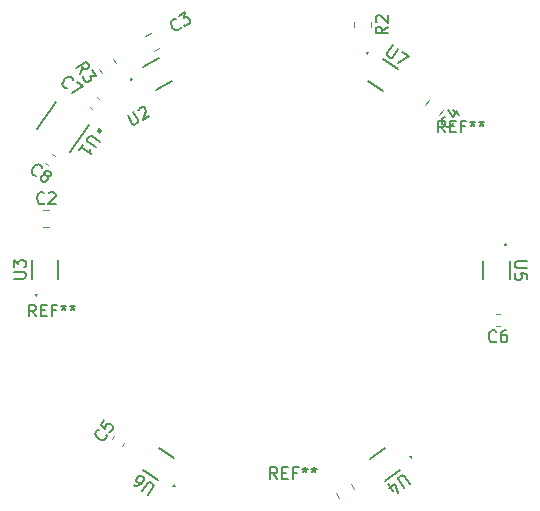
<source format=gbr>
%TF.GenerationSoftware,KiCad,Pcbnew,7.0.10*%
%TF.CreationDate,2024-04-03T19:42:33-07:00*%
%TF.ProjectId,Thermistor Ring,54686572-6d69-4737-946f-722052696e67,rev?*%
%TF.SameCoordinates,Original*%
%TF.FileFunction,Legend,Top*%
%TF.FilePolarity,Positive*%
%FSLAX46Y46*%
G04 Gerber Fmt 4.6, Leading zero omitted, Abs format (unit mm)*
G04 Created by KiCad (PCBNEW 7.0.10) date 2024-04-03 19:42:33*
%MOMM*%
%LPD*%
G01*
G04 APERTURE LIST*
%ADD10C,0.150000*%
%ADD11C,0.152400*%
%ADD12C,0.120000*%
%ADD13C,0.250000*%
G04 APERTURE END LIST*
D10*
X90493952Y-43848307D02*
X90160619Y-43372116D01*
X89922524Y-43848307D02*
X89922524Y-42848307D01*
X89922524Y-42848307D02*
X90303476Y-42848307D01*
X90303476Y-42848307D02*
X90398714Y-42895926D01*
X90398714Y-42895926D02*
X90446333Y-42943545D01*
X90446333Y-42943545D02*
X90493952Y-43038783D01*
X90493952Y-43038783D02*
X90493952Y-43181640D01*
X90493952Y-43181640D02*
X90446333Y-43276878D01*
X90446333Y-43276878D02*
X90398714Y-43324497D01*
X90398714Y-43324497D02*
X90303476Y-43372116D01*
X90303476Y-43372116D02*
X89922524Y-43372116D01*
X90922524Y-43324497D02*
X91255857Y-43324497D01*
X91398714Y-43848307D02*
X90922524Y-43848307D01*
X90922524Y-43848307D02*
X90922524Y-42848307D01*
X90922524Y-42848307D02*
X91398714Y-42848307D01*
X92160619Y-43324497D02*
X91827286Y-43324497D01*
X91827286Y-43848307D02*
X91827286Y-42848307D01*
X91827286Y-42848307D02*
X92303476Y-42848307D01*
X92827286Y-42848307D02*
X92827286Y-43086402D01*
X92589191Y-42991164D02*
X92827286Y-43086402D01*
X92827286Y-43086402D02*
X93065381Y-42991164D01*
X92684429Y-43276878D02*
X92827286Y-43086402D01*
X92827286Y-43086402D02*
X92970143Y-43276878D01*
X93589191Y-42848307D02*
X93589191Y-43086402D01*
X93351096Y-42991164D02*
X93589191Y-43086402D01*
X93589191Y-43086402D02*
X93827286Y-42991164D01*
X93446334Y-43276878D02*
X93589191Y-43086402D01*
X93589191Y-43086402D02*
X93732048Y-43276878D01*
X55853953Y-59438309D02*
X55520620Y-58962118D01*
X55282525Y-59438309D02*
X55282525Y-58438309D01*
X55282525Y-58438309D02*
X55663477Y-58438309D01*
X55663477Y-58438309D02*
X55758715Y-58485928D01*
X55758715Y-58485928D02*
X55806334Y-58533547D01*
X55806334Y-58533547D02*
X55853953Y-58628785D01*
X55853953Y-58628785D02*
X55853953Y-58771642D01*
X55853953Y-58771642D02*
X55806334Y-58866880D01*
X55806334Y-58866880D02*
X55758715Y-58914499D01*
X55758715Y-58914499D02*
X55663477Y-58962118D01*
X55663477Y-58962118D02*
X55282525Y-58962118D01*
X56282525Y-58914499D02*
X56615858Y-58914499D01*
X56758715Y-59438309D02*
X56282525Y-59438309D01*
X56282525Y-59438309D02*
X56282525Y-58438309D01*
X56282525Y-58438309D02*
X56758715Y-58438309D01*
X57520620Y-58914499D02*
X57187287Y-58914499D01*
X57187287Y-59438309D02*
X57187287Y-58438309D01*
X57187287Y-58438309D02*
X57663477Y-58438309D01*
X58187287Y-58438309D02*
X58187287Y-58676404D01*
X57949192Y-58581166D02*
X58187287Y-58676404D01*
X58187287Y-58676404D02*
X58425382Y-58581166D01*
X58044430Y-58866880D02*
X58187287Y-58676404D01*
X58187287Y-58676404D02*
X58330144Y-58866880D01*
X58949192Y-58438309D02*
X58949192Y-58676404D01*
X58711097Y-58581166D02*
X58949192Y-58676404D01*
X58949192Y-58676404D02*
X59187287Y-58581166D01*
X58806335Y-58866880D02*
X58949192Y-58676404D01*
X58949192Y-58676404D02*
X59092049Y-58866880D01*
X76273950Y-73208309D02*
X75940617Y-72732118D01*
X75702522Y-73208309D02*
X75702522Y-72208309D01*
X75702522Y-72208309D02*
X76083474Y-72208309D01*
X76083474Y-72208309D02*
X76178712Y-72255928D01*
X76178712Y-72255928D02*
X76226331Y-72303547D01*
X76226331Y-72303547D02*
X76273950Y-72398785D01*
X76273950Y-72398785D02*
X76273950Y-72541642D01*
X76273950Y-72541642D02*
X76226331Y-72636880D01*
X76226331Y-72636880D02*
X76178712Y-72684499D01*
X76178712Y-72684499D02*
X76083474Y-72732118D01*
X76083474Y-72732118D02*
X75702522Y-72732118D01*
X76702522Y-72684499D02*
X77035855Y-72684499D01*
X77178712Y-73208309D02*
X76702522Y-73208309D01*
X76702522Y-73208309D02*
X76702522Y-72208309D01*
X76702522Y-72208309D02*
X77178712Y-72208309D01*
X77940617Y-72684499D02*
X77607284Y-72684499D01*
X77607284Y-73208309D02*
X77607284Y-72208309D01*
X77607284Y-72208309D02*
X78083474Y-72208309D01*
X78607284Y-72208309D02*
X78607284Y-72446404D01*
X78369189Y-72351166D02*
X78607284Y-72446404D01*
X78607284Y-72446404D02*
X78845379Y-72351166D01*
X78464427Y-72636880D02*
X78607284Y-72446404D01*
X78607284Y-72446404D02*
X78750141Y-72636880D01*
X79369189Y-72208309D02*
X79369189Y-72446404D01*
X79131094Y-72351166D02*
X79369189Y-72446404D01*
X79369189Y-72446404D02*
X79607284Y-72351166D01*
X79226332Y-72636880D02*
X79369189Y-72446404D01*
X79369189Y-72446404D02*
X79512046Y-72636880D01*
X65326723Y-74538211D02*
X65791047Y-73875088D01*
X65791047Y-73875088D02*
X65806666Y-73769760D01*
X65806666Y-73769760D02*
X65794972Y-73703440D01*
X65794972Y-73703440D02*
X65744271Y-73609807D01*
X65744271Y-73609807D02*
X65588242Y-73500554D01*
X65588242Y-73500554D02*
X65482914Y-73484935D01*
X65482914Y-73484935D02*
X65416594Y-73496629D01*
X65416594Y-73496629D02*
X65322960Y-73547330D01*
X65322960Y-73547330D02*
X64858637Y-74210453D01*
X64117499Y-73691503D02*
X64273528Y-73800756D01*
X64273528Y-73800756D02*
X64378856Y-73816375D01*
X64378856Y-73816375D02*
X64445176Y-73804681D01*
X64445176Y-73804681D02*
X64605130Y-73742285D01*
X64605130Y-73742285D02*
X64753390Y-73613570D01*
X64753390Y-73613570D02*
X64971895Y-73301512D01*
X64971895Y-73301512D02*
X64987514Y-73196184D01*
X64987514Y-73196184D02*
X64975820Y-73129864D01*
X64975820Y-73129864D02*
X64925119Y-73036230D01*
X64925119Y-73036230D02*
X64769090Y-72926977D01*
X64769090Y-72926977D02*
X64663762Y-72911358D01*
X64663762Y-72911358D02*
X64597442Y-72923052D01*
X64597442Y-72923052D02*
X64503808Y-72973754D01*
X64503808Y-72973754D02*
X64367242Y-73168790D01*
X64367242Y-73168790D02*
X64351623Y-73274118D01*
X64351623Y-73274118D02*
X64363317Y-73340438D01*
X64363317Y-73340438D02*
X64414019Y-73434072D01*
X64414019Y-73434072D02*
X64570048Y-73543324D01*
X64570048Y-73543324D02*
X64675375Y-73558943D01*
X64675375Y-73558943D02*
X64741696Y-73547249D01*
X64741696Y-73547249D02*
X64835329Y-73496548D01*
X55896013Y-47521038D02*
X55829693Y-47532732D01*
X55829693Y-47532732D02*
X55685358Y-47489800D01*
X55685358Y-47489800D02*
X55607344Y-47435174D01*
X55607344Y-47435174D02*
X55517635Y-47314227D01*
X55517635Y-47314227D02*
X55494247Y-47181586D01*
X55494247Y-47181586D02*
X55509866Y-47076258D01*
X55509866Y-47076258D02*
X55580111Y-46892916D01*
X55580111Y-46892916D02*
X55662051Y-46775895D01*
X55662051Y-46775895D02*
X55810311Y-46647179D01*
X55810311Y-46647179D02*
X55903944Y-46596478D01*
X55903944Y-46596478D02*
X56036585Y-46573089D01*
X56036585Y-46573089D02*
X56180920Y-46616022D01*
X56180920Y-46616022D02*
X56258935Y-46670648D01*
X56258935Y-46670648D02*
X56348643Y-46791595D01*
X56348643Y-46791595D02*
X56360337Y-46857915D01*
X56637232Y-47458724D02*
X56586531Y-47365090D01*
X56586531Y-47365090D02*
X56574837Y-47298770D01*
X56574837Y-47298770D02*
X56590456Y-47193442D01*
X56590456Y-47193442D02*
X56617769Y-47154435D01*
X56617769Y-47154435D02*
X56711402Y-47103734D01*
X56711402Y-47103734D02*
X56777723Y-47092039D01*
X56777723Y-47092039D02*
X56883050Y-47107659D01*
X56883050Y-47107659D02*
X57039079Y-47216911D01*
X57039079Y-47216911D02*
X57089781Y-47310545D01*
X57089781Y-47310545D02*
X57101475Y-47376865D01*
X57101475Y-47376865D02*
X57085856Y-47482193D01*
X57085856Y-47482193D02*
X57058542Y-47521200D01*
X57058542Y-47521200D02*
X56964909Y-47571901D01*
X56964909Y-47571901D02*
X56898589Y-47583595D01*
X56898589Y-47583595D02*
X56793261Y-47567976D01*
X56793261Y-47567976D02*
X56637232Y-47458724D01*
X56637232Y-47458724D02*
X56531904Y-47443105D01*
X56531904Y-47443105D02*
X56465584Y-47454799D01*
X56465584Y-47454799D02*
X56371950Y-47505500D01*
X56371950Y-47505500D02*
X56262698Y-47661529D01*
X56262698Y-47661529D02*
X56247079Y-47766857D01*
X56247079Y-47766857D02*
X56258773Y-47833177D01*
X56258773Y-47833177D02*
X56309474Y-47926811D01*
X56309474Y-47926811D02*
X56465503Y-48036063D01*
X56465503Y-48036063D02*
X56570831Y-48051682D01*
X56570831Y-48051682D02*
X56637151Y-48039988D01*
X56637151Y-48039988D02*
X56730785Y-47989287D01*
X56730785Y-47989287D02*
X56840037Y-47833258D01*
X56840037Y-47833258D02*
X56855656Y-47727930D01*
X56855656Y-47727930D02*
X56843962Y-47661610D01*
X56843962Y-47661610D02*
X56793261Y-47567976D01*
X68114555Y-34958228D02*
X68097125Y-35023277D01*
X68097125Y-35023277D02*
X67997217Y-35135945D01*
X67997217Y-35135945D02*
X67914738Y-35183564D01*
X67914738Y-35183564D02*
X67767211Y-35213753D01*
X67767211Y-35213753D02*
X67637113Y-35178893D01*
X67637113Y-35178893D02*
X67548255Y-35120224D01*
X67548255Y-35120224D02*
X67411777Y-34979077D01*
X67411777Y-34979077D02*
X67340349Y-34855359D01*
X67340349Y-34855359D02*
X67286350Y-34666592D01*
X67286350Y-34666592D02*
X67279970Y-34560304D01*
X67279970Y-34560304D02*
X67314830Y-34430206D01*
X67314830Y-34430206D02*
X67414738Y-34317538D01*
X67414738Y-34317538D02*
X67497217Y-34269919D01*
X67497217Y-34269919D02*
X67644744Y-34239730D01*
X67644744Y-34239730D02*
X67709793Y-34257160D01*
X67950849Y-34008014D02*
X68486960Y-33698491D01*
X68486960Y-33698491D02*
X68388761Y-34195072D01*
X68388761Y-34195072D02*
X68512479Y-34123643D01*
X68512479Y-34123643D02*
X68618767Y-34117263D01*
X68618767Y-34117263D02*
X68683816Y-34134693D01*
X68683816Y-34134693D02*
X68772674Y-34193362D01*
X68772674Y-34193362D02*
X68891722Y-34399559D01*
X68891722Y-34399559D02*
X68898102Y-34505847D01*
X68898102Y-34505847D02*
X68880672Y-34570896D01*
X68880672Y-34570896D02*
X68822003Y-34659754D01*
X68822003Y-34659754D02*
X68574567Y-34802611D01*
X68574567Y-34802611D02*
X68468279Y-34808991D01*
X68468279Y-34808991D02*
X68403230Y-34791561D01*
X56559221Y-49833706D02*
X56511602Y-49881326D01*
X56511602Y-49881326D02*
X56368745Y-49928945D01*
X56368745Y-49928945D02*
X56273507Y-49928945D01*
X56273507Y-49928945D02*
X56130650Y-49881326D01*
X56130650Y-49881326D02*
X56035412Y-49786087D01*
X56035412Y-49786087D02*
X55987793Y-49690849D01*
X55987793Y-49690849D02*
X55940174Y-49500373D01*
X55940174Y-49500373D02*
X55940174Y-49357516D01*
X55940174Y-49357516D02*
X55987793Y-49167040D01*
X55987793Y-49167040D02*
X56035412Y-49071802D01*
X56035412Y-49071802D02*
X56130650Y-48976564D01*
X56130650Y-48976564D02*
X56273507Y-48928945D01*
X56273507Y-48928945D02*
X56368745Y-48928945D01*
X56368745Y-48928945D02*
X56511602Y-48976564D01*
X56511602Y-48976564D02*
X56559221Y-49024183D01*
X56940174Y-49024183D02*
X56987793Y-48976564D01*
X56987793Y-48976564D02*
X57083031Y-48928945D01*
X57083031Y-48928945D02*
X57321126Y-48928945D01*
X57321126Y-48928945D02*
X57416364Y-48976564D01*
X57416364Y-48976564D02*
X57463983Y-49024183D01*
X57463983Y-49024183D02*
X57511602Y-49119421D01*
X57511602Y-49119421D02*
X57511602Y-49214659D01*
X57511602Y-49214659D02*
X57463983Y-49357516D01*
X57463983Y-49357516D02*
X56892555Y-49928945D01*
X56892555Y-49928945D02*
X57511602Y-49928945D01*
X86080172Y-36487363D02*
X85615848Y-37150486D01*
X85615848Y-37150486D02*
X85600229Y-37255814D01*
X85600229Y-37255814D02*
X85611923Y-37322134D01*
X85611923Y-37322134D02*
X85662624Y-37415767D01*
X85662624Y-37415767D02*
X85818653Y-37525020D01*
X85818653Y-37525020D02*
X85923981Y-37540639D01*
X85923981Y-37540639D02*
X85990301Y-37528945D01*
X85990301Y-37528945D02*
X86083935Y-37478244D01*
X86083935Y-37478244D02*
X86548258Y-36815121D01*
X86860316Y-37033626D02*
X87406418Y-37416010D01*
X87406418Y-37416010D02*
X86481776Y-37989344D01*
X94812715Y-61523456D02*
X94765096Y-61571076D01*
X94765096Y-61571076D02*
X94622239Y-61618695D01*
X94622239Y-61618695D02*
X94527001Y-61618695D01*
X94527001Y-61618695D02*
X94384144Y-61571076D01*
X94384144Y-61571076D02*
X94288906Y-61475837D01*
X94288906Y-61475837D02*
X94241287Y-61380599D01*
X94241287Y-61380599D02*
X94193668Y-61190123D01*
X94193668Y-61190123D02*
X94193668Y-61047266D01*
X94193668Y-61047266D02*
X94241287Y-60856790D01*
X94241287Y-60856790D02*
X94288906Y-60761552D01*
X94288906Y-60761552D02*
X94384144Y-60666314D01*
X94384144Y-60666314D02*
X94527001Y-60618695D01*
X94527001Y-60618695D02*
X94622239Y-60618695D01*
X94622239Y-60618695D02*
X94765096Y-60666314D01*
X94765096Y-60666314D02*
X94812715Y-60713933D01*
X95669858Y-60618695D02*
X95479382Y-60618695D01*
X95479382Y-60618695D02*
X95384144Y-60666314D01*
X95384144Y-60666314D02*
X95336525Y-60713933D01*
X95336525Y-60713933D02*
X95241287Y-60856790D01*
X95241287Y-60856790D02*
X95193668Y-61047266D01*
X95193668Y-61047266D02*
X95193668Y-61428218D01*
X95193668Y-61428218D02*
X95241287Y-61523456D01*
X95241287Y-61523456D02*
X95288906Y-61571076D01*
X95288906Y-61571076D02*
X95384144Y-61618695D01*
X95384144Y-61618695D02*
X95574620Y-61618695D01*
X95574620Y-61618695D02*
X95669858Y-61571076D01*
X95669858Y-61571076D02*
X95717477Y-61523456D01*
X95717477Y-61523456D02*
X95765096Y-61428218D01*
X95765096Y-61428218D02*
X95765096Y-61190123D01*
X95765096Y-61190123D02*
X95717477Y-61094885D01*
X95717477Y-61094885D02*
X95669858Y-61047266D01*
X95669858Y-61047266D02*
X95574620Y-60999647D01*
X95574620Y-60999647D02*
X95384144Y-60999647D01*
X95384144Y-60999647D02*
X95288906Y-61047266D01*
X95288906Y-61047266D02*
X95241287Y-61094885D01*
X95241287Y-61094885D02*
X95193668Y-61190123D01*
X61820651Y-69503854D02*
X61832345Y-69570174D01*
X61832345Y-69570174D02*
X61789413Y-69714509D01*
X61789413Y-69714509D02*
X61734787Y-69792523D01*
X61734787Y-69792523D02*
X61613840Y-69882232D01*
X61613840Y-69882232D02*
X61481199Y-69905620D01*
X61481199Y-69905620D02*
X61375871Y-69890001D01*
X61375871Y-69890001D02*
X61192529Y-69819756D01*
X61192529Y-69819756D02*
X61075508Y-69737816D01*
X61075508Y-69737816D02*
X60946792Y-69589556D01*
X60946792Y-69589556D02*
X60896091Y-69495923D01*
X60896091Y-69495923D02*
X60872702Y-69363282D01*
X60872702Y-69363282D02*
X60915635Y-69218947D01*
X60915635Y-69218947D02*
X60970261Y-69140932D01*
X60970261Y-69140932D02*
X61091208Y-69051224D01*
X61091208Y-69051224D02*
X61157528Y-69039530D01*
X61598464Y-68243766D02*
X61325332Y-68633838D01*
X61325332Y-68633838D02*
X61688091Y-68945977D01*
X61688091Y-68945977D02*
X61676397Y-68879657D01*
X61676397Y-68879657D02*
X61692016Y-68774329D01*
X61692016Y-68774329D02*
X61828582Y-68579293D01*
X61828582Y-68579293D02*
X61922216Y-68528592D01*
X61922216Y-68528592D02*
X61988536Y-68516898D01*
X61988536Y-68516898D02*
X62093864Y-68532517D01*
X62093864Y-68532517D02*
X62288900Y-68669082D01*
X62288900Y-68669082D02*
X62339601Y-68762716D01*
X62339601Y-68762716D02*
X62351295Y-68829036D01*
X62351295Y-68829036D02*
X62335676Y-68934364D01*
X62335676Y-68934364D02*
X62199110Y-69129400D01*
X62199110Y-69129400D02*
X62105477Y-69180102D01*
X62105477Y-69180102D02*
X62039156Y-69191796D01*
X58501050Y-40105943D02*
X58434730Y-40117637D01*
X58434730Y-40117637D02*
X58290395Y-40074705D01*
X58290395Y-40074705D02*
X58212381Y-40020079D01*
X58212381Y-40020079D02*
X58122672Y-39899132D01*
X58122672Y-39899132D02*
X58099284Y-39766491D01*
X58099284Y-39766491D02*
X58114903Y-39661163D01*
X58114903Y-39661163D02*
X58185148Y-39477821D01*
X58185148Y-39477821D02*
X58267088Y-39360800D01*
X58267088Y-39360800D02*
X58415348Y-39232084D01*
X58415348Y-39232084D02*
X58508981Y-39181383D01*
X58508981Y-39181383D02*
X58641622Y-39157994D01*
X58641622Y-39157994D02*
X58785957Y-39200927D01*
X58785957Y-39200927D02*
X58863972Y-39255553D01*
X58863972Y-39255553D02*
X58953680Y-39376500D01*
X58953680Y-39376500D02*
X58965374Y-39442820D01*
X59293051Y-39555998D02*
X59839153Y-39938382D01*
X59839153Y-39938382D02*
X58914511Y-40511716D01*
X63605286Y-42413254D02*
X64010048Y-43114323D01*
X64010048Y-43114323D02*
X64098906Y-43172992D01*
X64098906Y-43172992D02*
X64163955Y-43190421D01*
X64163955Y-43190421D02*
X64270243Y-43184042D01*
X64270243Y-43184042D02*
X64435201Y-43088804D01*
X64435201Y-43088804D02*
X64493870Y-42999945D01*
X64493870Y-42999945D02*
X64511299Y-42934896D01*
X64511299Y-42934896D02*
X64504920Y-42828608D01*
X64504920Y-42828608D02*
X64100158Y-42127540D01*
X64518931Y-41995733D02*
X64536360Y-41930684D01*
X64536360Y-41930684D02*
X64595029Y-41841826D01*
X64595029Y-41841826D02*
X64801226Y-41722778D01*
X64801226Y-41722778D02*
X64907514Y-41716398D01*
X64907514Y-41716398D02*
X64972563Y-41733828D01*
X64972563Y-41733828D02*
X65061421Y-41792497D01*
X65061421Y-41792497D02*
X65109040Y-41874976D01*
X65109040Y-41874976D02*
X65139230Y-42022503D01*
X65139230Y-42022503D02*
X64930072Y-42803089D01*
X64930072Y-42803089D02*
X65466183Y-42493565D01*
X97390817Y-54760098D02*
X96581294Y-54760098D01*
X96581294Y-54760098D02*
X96486056Y-54807717D01*
X96486056Y-54807717D02*
X96438437Y-54855336D01*
X96438437Y-54855336D02*
X96390817Y-54950574D01*
X96390817Y-54950574D02*
X96390817Y-55141050D01*
X96390817Y-55141050D02*
X96438437Y-55236288D01*
X96438437Y-55236288D02*
X96486056Y-55283907D01*
X96486056Y-55283907D02*
X96581294Y-55331526D01*
X96581294Y-55331526D02*
X97390817Y-55331526D01*
X97390817Y-56283907D02*
X97390817Y-55807717D01*
X97390817Y-55807717D02*
X96914627Y-55760098D01*
X96914627Y-55760098D02*
X96962246Y-55807717D01*
X96962246Y-55807717D02*
X97009865Y-55902955D01*
X97009865Y-55902955D02*
X97009865Y-56141050D01*
X97009865Y-56141050D02*
X96962246Y-56236288D01*
X96962246Y-56236288D02*
X96914627Y-56283907D01*
X96914627Y-56283907D02*
X96819389Y-56331526D01*
X96819389Y-56331526D02*
X96581294Y-56331526D01*
X96581294Y-56331526D02*
X96486056Y-56283907D01*
X96486056Y-56283907D02*
X96438437Y-56236288D01*
X96438437Y-56236288D02*
X96390817Y-56141050D01*
X96390817Y-56141050D02*
X96390817Y-55902955D01*
X96390817Y-55902955D02*
X96438437Y-55807717D01*
X96438437Y-55807717D02*
X96486056Y-55760098D01*
X61254066Y-44640046D02*
X60590943Y-44175722D01*
X60590943Y-44175722D02*
X60485615Y-44160103D01*
X60485615Y-44160103D02*
X60419295Y-44171797D01*
X60419295Y-44171797D02*
X60325662Y-44222498D01*
X60325662Y-44222498D02*
X60216409Y-44378527D01*
X60216409Y-44378527D02*
X60200790Y-44483855D01*
X60200790Y-44483855D02*
X60212484Y-44550175D01*
X60212484Y-44550175D02*
X60263185Y-44643809D01*
X60263185Y-44643809D02*
X60926308Y-45108132D01*
X59533580Y-45353708D02*
X59861338Y-44885621D01*
X59697459Y-45119665D02*
X60516611Y-45693241D01*
X60516611Y-45693241D02*
X60454215Y-45533287D01*
X60454215Y-45533287D02*
X60430827Y-45400646D01*
X60430827Y-45400646D02*
X60446446Y-45295319D01*
X59595334Y-38896523D02*
X59794214Y-38350341D01*
X59267576Y-38428436D02*
X60086728Y-37854860D01*
X60086728Y-37854860D02*
X60305233Y-38166918D01*
X60305233Y-38166918D02*
X60320852Y-38272245D01*
X60320852Y-38272245D02*
X60309158Y-38338566D01*
X60309158Y-38338566D02*
X60258457Y-38432199D01*
X60258457Y-38432199D02*
X60141435Y-38514139D01*
X60141435Y-38514139D02*
X60036107Y-38529758D01*
X60036107Y-38529758D02*
X59969787Y-38518064D01*
X59969787Y-38518064D02*
X59876153Y-38467362D01*
X59876153Y-38467362D02*
X59657648Y-38155305D01*
X60605678Y-38595997D02*
X60960749Y-39103091D01*
X60960749Y-39103091D02*
X60457499Y-39048546D01*
X60457499Y-39048546D02*
X60539438Y-39165568D01*
X60539438Y-39165568D02*
X60555058Y-39270895D01*
X60555058Y-39270895D02*
X60543363Y-39337216D01*
X60543363Y-39337216D02*
X60492662Y-39430849D01*
X60492662Y-39430849D02*
X60297626Y-39567415D01*
X60297626Y-39567415D02*
X60192298Y-39583034D01*
X60192298Y-39583034D02*
X60125978Y-39571340D01*
X60125978Y-39571340D02*
X60032344Y-39520639D01*
X60032344Y-39520639D02*
X59868465Y-39286595D01*
X59868465Y-39286595D02*
X59852846Y-39181268D01*
X59852846Y-39181268D02*
X59864540Y-39114947D01*
X85631001Y-34902304D02*
X85154810Y-35235637D01*
X85631001Y-35473732D02*
X84631001Y-35473732D01*
X84631001Y-35473732D02*
X84631001Y-35092780D01*
X84631001Y-35092780D02*
X84678620Y-34997542D01*
X84678620Y-34997542D02*
X84726239Y-34949923D01*
X84726239Y-34949923D02*
X84821477Y-34902304D01*
X84821477Y-34902304D02*
X84964334Y-34902304D01*
X84964334Y-34902304D02*
X85059572Y-34949923D01*
X85059572Y-34949923D02*
X85107191Y-34997542D01*
X85107191Y-34997542D02*
X85154810Y-35092780D01*
X85154810Y-35092780D02*
X85154810Y-35473732D01*
X84726239Y-34521351D02*
X84678620Y-34473732D01*
X84678620Y-34473732D02*
X84631001Y-34378494D01*
X84631001Y-34378494D02*
X84631001Y-34140399D01*
X84631001Y-34140399D02*
X84678620Y-34045161D01*
X84678620Y-34045161D02*
X84726239Y-33997542D01*
X84726239Y-33997542D02*
X84821477Y-33949923D01*
X84821477Y-33949923D02*
X84916715Y-33949923D01*
X84916715Y-33949923D02*
X85059572Y-33997542D01*
X85059572Y-33997542D02*
X85631001Y-34568970D01*
X85631001Y-34568970D02*
X85631001Y-33949923D01*
X91128593Y-43026051D02*
X91140287Y-43092371D01*
X91140287Y-43092371D02*
X91097355Y-43236706D01*
X91097355Y-43236706D02*
X91042729Y-43314720D01*
X91042729Y-43314720D02*
X90921782Y-43404429D01*
X90921782Y-43404429D02*
X90789141Y-43427817D01*
X90789141Y-43427817D02*
X90683813Y-43412198D01*
X90683813Y-43412198D02*
X90500471Y-43341953D01*
X90500471Y-43341953D02*
X90383450Y-43260013D01*
X90383450Y-43260013D02*
X90254734Y-43111753D01*
X90254734Y-43111753D02*
X90204033Y-43018120D01*
X90204033Y-43018120D02*
X90180644Y-42885479D01*
X90180644Y-42885479D02*
X90223577Y-42741144D01*
X90223577Y-42741144D02*
X90278203Y-42663129D01*
X90278203Y-42663129D02*
X90399150Y-42573421D01*
X90399150Y-42573421D02*
X90465470Y-42561727D01*
X91152143Y-41996162D02*
X91698245Y-42378547D01*
X90703519Y-41972693D02*
X91152062Y-42577427D01*
X91152062Y-42577427D02*
X91507133Y-42070333D01*
X53973455Y-56237125D02*
X54782978Y-56237125D01*
X54782978Y-56237125D02*
X54878216Y-56189506D01*
X54878216Y-56189506D02*
X54925836Y-56141887D01*
X54925836Y-56141887D02*
X54973455Y-56046649D01*
X54973455Y-56046649D02*
X54973455Y-55856173D01*
X54973455Y-55856173D02*
X54925836Y-55760935D01*
X54925836Y-55760935D02*
X54878216Y-55713316D01*
X54878216Y-55713316D02*
X54782978Y-55665697D01*
X54782978Y-55665697D02*
X53973455Y-55665697D01*
X53973455Y-55284744D02*
X53973455Y-54665697D01*
X53973455Y-54665697D02*
X54354407Y-54999030D01*
X54354407Y-54999030D02*
X54354407Y-54856173D01*
X54354407Y-54856173D02*
X54402026Y-54760935D01*
X54402026Y-54760935D02*
X54449645Y-54713316D01*
X54449645Y-54713316D02*
X54544883Y-54665697D01*
X54544883Y-54665697D02*
X54782978Y-54665697D01*
X54782978Y-54665697D02*
X54878216Y-54713316D01*
X54878216Y-54713316D02*
X54925836Y-54760935D01*
X54925836Y-54760935D02*
X54973455Y-54856173D01*
X54973455Y-54856173D02*
X54973455Y-55141887D01*
X54973455Y-55141887D02*
X54925836Y-55237125D01*
X54925836Y-55237125D02*
X54878216Y-55284744D01*
X87480798Y-73621103D02*
X87016475Y-72957980D01*
X87016475Y-72957980D02*
X86922841Y-72907279D01*
X86922841Y-72907279D02*
X86856521Y-72895584D01*
X86856521Y-72895584D02*
X86751193Y-72911204D01*
X86751193Y-72911204D02*
X86595164Y-73020456D01*
X86595164Y-73020456D02*
X86544463Y-73114090D01*
X86544463Y-73114090D02*
X86532769Y-73180410D01*
X86532769Y-73180410D02*
X86548388Y-73285738D01*
X86548388Y-73285738D02*
X87012711Y-73948861D01*
X86080382Y-74194760D02*
X85697997Y-73648659D01*
X86493923Y-74370252D02*
X86279262Y-73648578D01*
X86279262Y-73648578D02*
X85772168Y-74003649D01*
D11*
%TO.C,U6*%
X67502841Y-71452934D02*
X66233429Y-70564082D01*
X64936803Y-72415858D02*
X66206215Y-73304710D01*
X67497117Y-73834477D02*
G75*
G03*
X67581810Y-73713522I57795J49660D01*
G01*
D12*
%TO.C,C1*%
X81512722Y-74818443D02*
X81251470Y-74365941D01*
X82785780Y-74083443D02*
X82524528Y-73630941D01*
%TO.C,C8*%
X56881632Y-46649097D02*
X56651320Y-46487830D01*
X57466680Y-45813562D02*
X57236368Y-45652295D01*
%TO.C,C3*%
X66302945Y-36724914D02*
X65850443Y-36986166D01*
X65567945Y-35451856D02*
X65115443Y-35713108D01*
%TO.C,C2*%
X56464636Y-50419126D02*
X56987140Y-50419126D01*
X56464636Y-51889126D02*
X56987140Y-51889126D01*
D11*
%TO.C,U7*%
X83961413Y-39490726D02*
X85230825Y-40379578D01*
X86527451Y-38527802D02*
X85258039Y-37638950D01*
X83967137Y-37109183D02*
G75*
G03*
X83882444Y-37230138I-57795J-49660D01*
G01*
D12*
%TO.C,C6*%
X95119962Y-60243876D02*
X94838802Y-60243876D01*
X95119962Y-59223876D02*
X94838802Y-59223876D01*
%TO.C,C5*%
X62294682Y-69803928D02*
X62455949Y-69573616D01*
X63130217Y-70388976D02*
X63291484Y-70158664D01*
%TO.C,C7*%
X60632097Y-41893618D02*
X60401785Y-41732351D01*
X61217145Y-41058083D02*
X60986833Y-40896816D01*
D11*
%TO.C,U2*%
X66053112Y-40278870D02*
X67395162Y-39504037D01*
X66264862Y-37546300D02*
X64922812Y-38321133D01*
X63897121Y-39267198D02*
G75*
G03*
X63970950Y-39395074I20581J-73368D01*
G01*
%TO.C,U5*%
X93715337Y-54747170D02*
X93715337Y-56296836D01*
X95975937Y-56296836D02*
X95975937Y-54747170D01*
X95669465Y-53385863D02*
G75*
G03*
X95521809Y-53385863I-73828J18860D01*
G01*
D10*
%TO.C,U1*%
X60354324Y-43231070D02*
X58748310Y-45524695D01*
X57569208Y-41280911D02*
X55963194Y-43574536D01*
D13*
X61355835Y-43722731D02*
G75*
G03*
X61105833Y-43722731I-125001J0D01*
G01*
X61105833Y-43722731D02*
G75*
G03*
X61355835Y-43722731I125001J0D01*
G01*
D12*
%TO.C,R3*%
X62389293Y-37602561D02*
X62649770Y-37974561D01*
X61185140Y-38445719D02*
X61445617Y-38817719D01*
%TO.C,R2*%
X84261182Y-34508574D02*
X84261182Y-34962702D01*
X82791182Y-34508574D02*
X82791182Y-34962702D01*
%TO.C,C4*%
X90305388Y-41927245D02*
X90005692Y-42355255D01*
X89101234Y-41084087D02*
X88801538Y-41512097D01*
D11*
%TO.C,U3*%
X57748936Y-56250054D02*
X57748936Y-54700388D01*
X55488336Y-54700388D02*
X55488336Y-56250054D01*
X55794808Y-57611361D02*
G75*
G03*
X55942464Y-57611361I73828J-18860D01*
G01*
%TO.C,U4*%
X85383220Y-70602910D02*
X84113808Y-71491762D01*
X85410434Y-73343538D02*
X86679846Y-72454686D01*
X87619179Y-71422826D02*
G75*
G03*
X87534486Y-71301871I-26897J71295D01*
G01*
%TD*%
M02*

</source>
